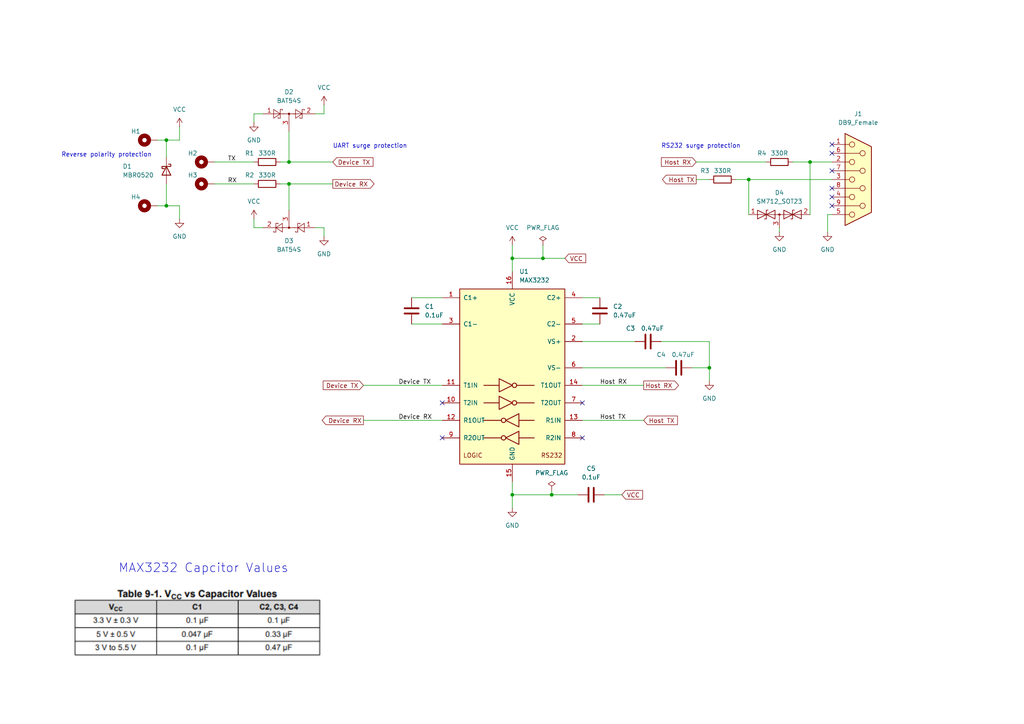
<source format=kicad_sch>
(kicad_sch (version 20250114) (generator "eeschema") (generator_version "9.0")
  (paper "A4")
  (title_block (title "RS232-TTL Converter") (date "2025-06-18") (rev "R0.0") (company "MSC") (comment 1 "Designed by C.P"))
  (lib_symbols
    (symbol "Connector:DB9_Female" (pin_names (offset 1.016) (hide yes))
      (property "Reference" "J" (at 0 13.97 0))
      (property "Value" "DB9_Female" (at 0 -14.605 0))
      (symbol "DB9_Female_0_1"
        (polyline (pts (xy -3.81 13.335) (xy -3.81 -13.335) (xy 3.81 -9.525) (xy 3.81 9.525) (xy -3.81 13.335)) (stroke (width 0.254)) (fill (type background)))
        (polyline (pts (xy -3.81 10.16) (xy -2.54 10.16)))
        (polyline (pts (xy -3.81 7.62) (xy 0.508 7.62)))
        (polyline (pts (xy -3.81 5.08) (xy -2.54 5.08)))
        (polyline (pts (xy -3.81 2.54) (xy 0.508 2.54)))
        (polyline (pts (xy -3.81 0) (xy -2.54 0)))
        (polyline (pts (xy -3.81 -2.54) (xy 0.508 -2.54)))
        (polyline (pts (xy -3.81 -5.08) (xy -2.54 -5.08)))
        (polyline (pts (xy -3.81 -7.62) (xy 0.508 -7.62)))
        (polyline (pts (xy -3.81 -10.16) (xy -2.54 -10.16)))
        (circle (center -1.778 10.16) (radius 0.762))
        (circle (center -1.778 5.08) (radius 0.762))
        (circle (center -1.778 0) (radius 0.762))
        (circle (center -1.778 -5.08) (radius 0.762))
        (circle (center -1.778 -10.16) (radius 0.762))
        (circle (center 1.27 7.62) (radius 0.762))
        (circle (center 1.27 2.54) (radius 0.762))
        (circle (center 1.27 -2.54) (radius 0.762))
        (circle (center 1.27 -7.62) (radius 0.762))
      )
      (symbol "DB9_Female_1_1"
        (pin passive line (at -7.62 10.16 0) (length 3.81) (name "1") (number "1"))
        (pin passive line (at -7.62 7.62 0) (length 3.81) (name "6") (number "6"))
        (pin passive line (at -7.62 5.08 0) (length 3.81) (name "2") (number "2"))
        (pin passive line (at -7.62 2.54 0) (length 3.81) (name "7") (number "7"))
        (pin passive line (at -7.62 0 0) (length 3.81) (name "3") (number "3"))
        (pin passive line (at -7.62 -2.54 0) (length 3.81) (name "8") (number "8"))
        (pin passive line (at -7.62 -5.08 0) (length 3.81) (name "4") (number "4"))
        (pin passive line (at -7.62 -7.62 0) (length 3.81) (name "9") (number "9"))
        (pin passive line (at -7.62 -10.16 0) (length 3.81) (name "5") (number "5"))
      )
    )
    (symbol "Device:C" (pin_numbers (hide yes)) (pin_names (offset 0.254))
      (property "Reference" "C" (at 0.635 2.54 0))
      (property "Value" "C" (at 0.635 -2.54 0))
      (symbol "C_0_1"
        (polyline (pts (xy -2.032 0.762) (xy 2.032 0.762)) (stroke (width 0.508)))
        (polyline (pts (xy -2.032 -0.762) (xy 2.032 -0.762)) (stroke (width 0.508)))
      )
      (symbol "C_1_1"
        (pin passive line (at 0 3.81 270) (length 2.794) (name "~") (number "1"))
        (pin passive line (at 0 -3.81 90) (length 2.794) (name "~") (number "2"))
      )
    )
    (symbol "Device:R" (pin_numbers (hide yes)) (pin_names (offset 0))
      (property "Reference" "R" (at 2.032 0 90))
      (property "Value" "R" (at 0 0 90))
      (symbol "R_0_1"
        (rectangle (start -1.016 -2.54) (end 1.016 2.54) (stroke (width 0.254)))
      )
      (symbol "R_1_1"
        (pin passive line (at 0 3.81 270) (length 1.27) (name "~") (number "1"))
        (pin passive line (at 0 -3.81 90) (length 1.27) (name "~") (number "2"))
      )
    )
    (symbol "Diode:BAT54S" (pin_names (offset 1.016))
      (property "Reference" "D" (at 0.635 -3.81 0))
      (property "Value" "BAT54S" (at -6.35 3.175 0))
      (symbol "BAT54S_0_1"
        (polyline (pts (xy -4.445 1.27) (xy -4.445 -1.27) (xy -2.54 0) (xy -4.445 1.27)))
        (polyline (pts (xy -3.81 0) (xy -1.27 0)))
        (polyline (pts (xy -3.175 -1.27) (xy -3.175 -1.016)))
        (polyline (pts (xy -2.54 1.27) (xy -1.905 1.27)))
        (polyline (pts (xy -2.54 -1.27) (xy -3.175 -1.27)))
        (polyline (pts (xy -2.54 -1.27) (xy -2.54 1.27)))
        (polyline (pts (xy -1.905 1.27) (xy -1.905 1.016)))
        (polyline (pts (xy -1.905 0) (xy 1.905 0)))
        (circle (center 0 0) (radius 0.254) (fill (type outline)))
        (polyline (pts (xy 1.27 0) (xy 3.81 0)))
        (polyline (pts (xy 1.905 1.27) (xy 1.905 -1.27) (xy 3.81 0) (xy 1.905 1.27)))
        (polyline (pts (xy 3.175 -1.27) (xy 3.175 -1.016)))
        (polyline (pts (xy 3.81 1.27) (xy 4.445 1.27)))
        (polyline (pts (xy 3.81 -1.27) (xy 3.175 -1.27)))
        (polyline (pts (xy 3.81 -1.27) (xy 3.81 1.27)))
        (polyline (pts (xy 4.445 1.27) (xy 4.445 1.016)))
      )
      (symbol "BAT54S_1_1"
        (pin passive line (at -7.62 0 0) (length 3.81) (name "~") (number "1"))
        (pin passive line (at 0 -5.08 90) (length 5.08) (name "~") (number "3"))
        (pin passive line (at 7.62 0 180) (length 3.81) (name "~") (number "2"))
      )
    )
    (symbol "Diode:MBR0520" (pin_numbers (hide yes)) (pin_names (offset 1.016) (hide yes))
      (property "Reference" "D" (at 0 2.54 0))
      (property "Value" "MBR0520" (at 0 -2.54 0))
      (symbol "MBR0520_0_1"
        (polyline (pts (xy -1.905 0.635) (xy -1.905 1.27) (xy -1.27 1.27) (xy -1.27 -1.27) (xy -0.635 -1.27) (xy -0.635 -0.635)) (stroke (width 0.254)))
        (polyline (pts (xy 1.27 1.27) (xy 1.27 -1.27) (xy -1.27 0) (xy 1.27 1.27)) (stroke (width 0.254)))
        (polyline (pts (xy 1.27 0) (xy -1.27 0)))
      )
      (symbol "MBR0520_1_1"
        (pin passive line (at -3.81 0 0) (length 2.54) (name "K") (number "1"))
        (pin passive line (at 3.81 0 180) (length 2.54) (name "A") (number "2"))
      )
    )
    (symbol "Diode:SM712_SOT23" (pin_names (offset 1.016) (hide yes))
      (property "Reference" "D" (at 0 4.445 0))
      (property "Value" "SM712_SOT23" (at 0 2.54 0))
      (symbol "SM712_SOT23_0_0"
        (polyline (pts (xy 0 -1.27) (xy 0 0)))
      )
      (symbol "SM712_SOT23_0_1"
        (polyline (pts (xy -6.35 0) (xy 6.35 0)))
        (polyline (pts (xy -6.35 -1.27) (xy -1.27 1.27) (xy -1.27 -1.27) (xy -6.35 1.27) (xy -6.35 -1.27)) (stroke (width 0.2032)))
        (polyline (pts (xy -3.302 1.27) (xy -3.81 1.27) (xy -3.81 -1.27) (xy -4.318 -1.27)) (stroke (width 0.2032)))
        (circle (center 0 0) (radius 0.254) (fill (type outline)))
        (polyline (pts (xy 1.27 -1.27) (xy 1.27 1.27) (xy 6.35 -1.27) (xy 6.35 1.27) (xy 1.27 -1.27)) (stroke (width 0.2032)))
        (polyline (pts (xy 4.318 1.27) (xy 3.81 1.27) (xy 3.81 -1.27) (xy 3.302 -1.27)) (stroke (width 0.2032)))
      )
      (symbol "SM712_SOT23_1_1"
        (pin passive line (at -8.89 0 0) (length 2.54) (name "A1") (number "1"))
        (pin input line (at 0 -3.81 90) (length 2.54) (name "common") (number "3"))
        (pin passive line (at 8.89 0 180) (length 2.54) (name "A2") (number "2"))
      )
    )
    (symbol "Interface_UART:MAX232" (pin_names (offset 1.016))
      (property "Reference" "U" (at -2.54 28.575 0))
      (property "Value" "MAX232" (at -2.54 26.67 0))
      (symbol "MAX232_0_0"
        (text "LOGIC" (at -11.43 -22.86 0) (effects (font (size 1.27 1.27))))
        (text "RS232" (at 11.43 -22.86 0) (effects (font (size 1.27 1.27))))
      )
      (symbol "MAX232_0_1"
        (rectangle (start -15.24 -25.4) (end 15.24 25.4) (stroke (width 0.254)) (fill (type background)))
        (polyline (pts (xy -3.81 -0.635) (xy -3.81 -4.445) (xy 0 -2.54) (xy -3.81 -0.635)) (stroke (width 0.254)))
        (polyline (pts (xy -3.81 -2.54) (xy -8.255 -2.54)) (stroke (width 0.254)))
        (polyline (pts (xy -3.81 -5.715) (xy -3.81 -9.525) (xy 0 -7.62) (xy -3.81 -5.715)) (stroke (width 0.254)))
        (polyline (pts (xy -3.81 -7.62) (xy -8.255 -7.62)) (stroke (width 0.254)))
        (polyline (pts (xy -3.175 -12.7) (xy -8.255 -12.7)) (stroke (width 0.254)))
        (polyline (pts (xy -3.175 -17.78) (xy -8.255 -17.78)) (stroke (width 0.254)))
        (circle (center -2.54 -12.7) (radius 0.635) (stroke (width 0.254)))
        (circle (center -2.54 -17.78) (radius 0.635) (stroke (width 0.254)))
        (circle (center 0.635 -2.54) (radius 0.635) (stroke (width 0.254)))
        (circle (center 0.635 -7.62) (radius 0.635) (stroke (width 0.254)))
        (polyline (pts (xy 1.27 -2.54) (xy 6.35 -2.54)) (stroke (width 0.254)))
        (polyline (pts (xy 1.27 -7.62) (xy 6.35 -7.62)) (stroke (width 0.254)))
        (polyline (pts (xy 1.905 -10.795) (xy 1.905 -14.605) (xy -1.905 -12.7) (xy 1.905 -10.795)) (stroke (width 0.254)))
        (polyline (pts (xy 1.905 -12.7) (xy 6.35 -12.7)) (stroke (width 0.254)))
        (polyline (pts (xy 1.905 -15.875) (xy 1.905 -19.685) (xy -1.905 -17.78) (xy 1.905 -15.875)) (stroke (width 0.254)))
        (polyline (pts (xy 1.905 -17.78) (xy 6.35 -17.78)) (stroke (width 0.254)))
      )
      (symbol "MAX232_1_1"
        (pin passive line (at -20.32 22.86 0) (length 5.08) (name "C1+") (number "1"))
        (pin passive line (at -20.32 15.24 0) (length 5.08) (name "C1-") (number "3"))
        (pin input line (at -20.32 -2.54 0) (length 5.08) (name "T1IN") (number "11"))
        (pin input line (at -20.32 -7.62 0) (length 5.08) (name "T2IN") (number "10"))
        (pin output line (at -20.32 -12.7 0) (length 5.08) (name "R1OUT") (number "12"))
        (pin output line (at -20.32 -17.78 0) (length 5.08) (name "R2OUT") (number "9"))
        (pin power_in line (at 0 30.48 270) (length 5.08) (name "VCC") (number "16"))
        (pin power_in line (at 0 -30.48 90) (length 5.08) (name "GND") (number "15"))
        (pin passive line (at 20.32 22.86 180) (length 5.08) (name "C2+") (number "4"))
        (pin passive line (at 20.32 15.24 180) (length 5.08) (name "C2-") (number "5"))
        (pin power_out line (at 20.32 10.16 180) (length 5.08) (name "VS+") (number "2"))
        (pin power_out line (at 20.32 2.54 180) (length 5.08) (name "VS-") (number "6"))
        (pin output line (at 20.32 -2.54 180) (length 5.08) (name "T1OUT") (number "14"))
        (pin output line (at 20.32 -7.62 180) (length 5.08) (name "T2OUT") (number "7"))
        (pin input line (at 20.32 -12.7 180) (length 5.08) (name "R1IN") (number "13"))
        (pin input line (at 20.32 -17.78 180) (length 5.08) (name "R2IN") (number "8"))
      )
    )
    (symbol "Mechanical:MountingHole_Pad" (pin_numbers (hide yes)) (pin_names (offset 1.016) (hide yes))
      (property "Reference" "H" (at 0 6.35 0))
      (property "Value" "MountingHole_Pad" (at 0 4.445 0))
      (symbol "MountingHole_Pad_0_1"
        (circle (center 0 1.27) (radius 1.27) (stroke (width 1.27)))
      )
      (symbol "MountingHole_Pad_1_1"
        (pin input line (at 0 -2.54 90) (length 2.54) (name "1") (number "1"))
      )
    )
    (symbol "power:GND" (power) (pin_names (offset 0))
      (property "Value" "GND" (at 0 -3.81 0))
      (symbol "GND_0_1"
        (polyline (pts (xy 0 0) (xy 0 -1.27) (xy 1.27 -1.27) (xy 0 -2.54) (xy -1.27 -1.27) (xy 0 -1.27)))
      )
      (symbol "GND_1_1"
        (pin power_in line (at 0 0 270) (length 0) (hide yes) (name "GND") (number "1"))
      )
    )
    (symbol "power:PWR_FLAG" (power) (pin_numbers (hide yes)) (pin_names (offset 0) (hide yes))
      (property "Value" "PWR_FLAG" (at 0 3.81 0))
      (symbol "PWR_FLAG_0_0"
        (pin power_out line (at 0 0 90) (length 0) (name "pwr") (number "1"))
      )
      (symbol "PWR_FLAG_0_1"
        (polyline (pts (xy 0 0) (xy 0 1.27) (xy -1.016 1.905) (xy 0 2.54) (xy 1.016 1.905) (xy 0 1.27)))
      )
    )
    (symbol "power:VCC" (power) (pin_names (offset 0))
      (property "Value" "VCC" (at 0 3.81 0))
      (symbol "VCC_0_1"
        (polyline (pts (xy -0.762 1.27) (xy 0 2.54)))
        (polyline (pts (xy 0 2.54) (xy 0.762 1.27)))
        (polyline (pts (xy 0 0) (xy 0 2.54)))
      )
      (symbol "VCC_1_1"
        (pin power_in line (at 0 0 90) (length 0) (hide yes) (name "VCC") (number "1"))
      )
    )
  )
  (text "RS232 surge protection" (at 191.77 43.18 0) (effects (font (size 1.27 1.27)) (justify left bottom)))
  (text "Reverse polarity protection" (at 17.78 45.72 0) (effects (font (size 1.27 1.27)) (justify left bottom)))
  (text "UART surge protection" (at 96.52 43.18 0) (effects (font (size 1.27 1.27)) (justify left bottom)))
  (text "MAX3232 Capcitor Values" (at 34.29 166.37 0) (effects (font (size 2.54 2.54)) (justify left bottom)))
  (junction (at 234.95 46.99))
  (junction (at 160.02 143.51))
  (junction (at 205.74 106.68))
  (junction (at 48.26 59.69))
  (junction (at 83.82 46.99))
  (junction (at 148.59 143.51))
  (junction (at 48.26 40.64))
  (junction (at 217.17 52.07))
  (junction (at 83.82 53.34))
  (junction (at 157.48 74.93))
  (junction (at 148.59 74.93))
  (no_connect (at 241.3 57.15))
  (no_connect (at 241.3 49.53))
  (no_connect (at 241.3 44.45))
  (no_connect (at 241.3 41.91))
  (no_connect (at 241.3 59.69))
  (no_connect (at 241.3 54.61))
  (no_connect (at 168.91 116.84))
  (no_connect (at 168.91 127))
  (no_connect (at 128.27 116.84))
  (no_connect (at 128.27 127))
  (wire (pts (xy 160.02 142.24) (xy 160.02 143.51)))
  (wire (pts (xy 234.95 46.99) (xy 229.87 46.99)))
  (wire (pts (xy 168.91 111.76) (xy 186.69 111.76)))
  (wire (pts (xy 148.59 143.51) (xy 148.59 147.32)))
  (wire (pts (xy 81.28 46.99) (xy 83.82 46.99)))
  (wire (pts (xy 105.41 111.76) (xy 128.27 111.76)))
  (wire (pts (xy 168.91 93.98) (xy 173.99 93.98)))
  (wire (pts (xy 148.59 71.12) (xy 148.59 74.93)))
  (wire (pts (xy 157.48 74.93) (xy 163.83 74.93)))
  (wire (pts (xy 148.59 74.93) (xy 148.59 78.74)))
  (wire (pts (xy 148.59 139.7) (xy 148.59 143.51)))
  (wire (pts (xy 205.74 106.68) (xy 205.74 110.49)))
  (wire (pts (xy 48.26 59.69) (xy 52.07 59.69)))
  (wire (pts (xy 200.66 106.68) (xy 205.74 106.68)))
  (wire (pts (xy 234.95 46.99) (xy 234.95 62.23)))
  (wire (pts (xy 52.07 59.69) (xy 52.07 63.5)))
  (wire (pts (xy 48.26 53.34) (xy 48.26 59.69)))
  (wire (pts (xy 73.66 66.04) (xy 76.2 66.04)))
  (wire (pts (xy 93.98 66.04) (xy 93.98 68.58)))
  (wire (pts (xy 45.72 59.69) (xy 48.26 59.69)))
  (wire (pts (xy 93.98 33.02) (xy 91.44 33.02)))
  (wire (pts (xy 175.26 143.51) (xy 180.34 143.51)))
  (wire (pts (xy 119.38 86.36) (xy 128.27 86.36)))
  (wire (pts (xy 48.26 40.64) (xy 52.07 40.64)))
  (wire (pts (xy 83.82 53.34) (xy 96.52 53.34)))
  (wire (pts (xy 222.25 46.99) (xy 201.93 46.99)))
  (wire (pts (xy 52.07 40.64) (xy 52.07 36.83)))
  (wire (pts (xy 81.28 53.34) (xy 83.82 53.34)))
  (wire (pts (xy 148.59 74.93) (xy 157.48 74.93)))
  (wire (pts (xy 241.3 62.23) (xy 240.03 62.23)))
  (wire (pts (xy 119.38 93.98) (xy 128.27 93.98)))
  (wire (pts (xy 217.17 52.07) (xy 213.36 52.07)))
  (wire (pts (xy 168.91 86.36) (xy 173.99 86.36)))
  (wire (pts (xy 83.82 53.34) (xy 83.82 60.96)))
  (wire (pts (xy 76.2 33.02) (xy 73.66 33.02)))
  (wire (pts (xy 191.77 99.06) (xy 205.74 99.06)))
  (wire (pts (xy 241.3 52.07) (xy 217.17 52.07)))
  (wire (pts (xy 62.23 53.34) (xy 73.66 53.34)))
  (wire (pts (xy 105.41 121.92) (xy 128.27 121.92)))
  (wire (pts (xy 83.82 38.1) (xy 83.82 46.99)))
  (wire (pts (xy 83.82 46.99) (xy 96.52 46.99)))
  (wire (pts (xy 62.23 46.99) (xy 73.66 46.99)))
  (wire (pts (xy 226.06 66.04) (xy 226.06 67.31)))
  (wire (pts (xy 217.17 52.07) (xy 217.17 62.23)))
  (wire (pts (xy 93.98 30.48) (xy 93.98 33.02)))
  (wire (pts (xy 168.91 121.92) (xy 186.69 121.92)))
  (wire (pts (xy 148.59 143.51) (xy 160.02 143.51)))
  (wire (pts (xy 157.48 71.12) (xy 157.48 74.93)))
  (wire (pts (xy 205.74 52.07) (xy 201.93 52.07)))
  (wire (pts (xy 205.74 99.06) (xy 205.74 106.68)))
  (wire (pts (xy 168.91 99.06) (xy 184.15 99.06)))
  (wire (pts (xy 73.66 33.02) (xy 73.66 35.56)))
  (wire (pts (xy 240.03 62.23) (xy 240.03 67.31)))
  (wire (pts (xy 91.44 66.04) (xy 93.98 66.04)))
  (wire (pts (xy 241.3 46.99) (xy 234.95 46.99)))
  (wire (pts (xy 168.91 106.68) (xy 193.04 106.68)))
  (wire (pts (xy 73.66 63.5) (xy 73.66 66.04)))
  (wire (pts (xy 160.02 143.51) (xy 167.64 143.51)))
  (wire (pts (xy 45.72 40.64) (xy 48.26 40.64)))
  (wire (pts (xy 48.26 40.64) (xy 48.26 45.72)))
  (image (at 57.15 180.34) (scale 0.789913))
  (label "TX" (at 66.04 46.99 0))
  (label "Host TX" (at 173.99 121.92 0))
  (label "Host RX" (at 173.99 111.76 0))
  (label "Device TX" (at 115.57 111.76 0))
  (label "Device RX" (at 115.57 121.92 0))
  (label "RX" (at 66.04 53.34 0))
  (global_label "Host RX" (shape output) (at 186.69 111.76 0) (property "Intersheetrefs" "${INTERSHEET_REFS}" (effects (hide yes))))
  (global_label "VCC" (shape input) (at 180.34 143.51 0) (property "Intersheetrefs" "${INTERSHEET_REFS}" (effects (hide yes))))
  (global_label "Device TX" (shape input) (at 96.52 46.99 0) (property "Intersheetrefs" "${INTERSHEET_REFS}" (effects (hide yes))))
  (global_label "Host RX" (shape input) (at 201.93 46.99 180) (property "Intersheetrefs" "${INTERSHEET_REFS}" (effects (hide yes))))
  (global_label "Device TX" (shape input) (at 105.41 111.76 180) (property "Intersheetrefs" "${INTERSHEET_REFS}" (effects (hide yes))))
  (global_label "VCC" (shape input) (at 163.83 74.93 0) (property "Intersheetrefs" "${INTERSHEET_REFS}" (effects (hide yes))))
  (global_label "Device RX" (shape output) (at 105.41 121.92 180) (property "Intersheetrefs" "${INTERSHEET_REFS}" (effects (hide yes))))
  (global_label "Host TX" (shape input) (at 186.69 121.92 0) (property "Intersheetrefs" "${INTERSHEET_REFS}" (effects (hide yes))))
  (global_label "Device RX" (shape output) (at 96.52 53.34 0) (property "Intersheetrefs" "${INTERSHEET_REFS}" (effects (hide yes))))
  (global_label "Host TX" (shape output) (at 201.93 52.07 180) (property "Intersheetrefs" "${INTERSHEET_REFS}" (effects (hide yes))))
  (symbol (lib_id "power:VCC") (at 93.98 30.48 0) (unit 1)
    (property "Reference" "#PWR05" (effects (hide yes)))
    (property "Value" "VCC" (at 93.98 25.4 0))
  )
  (symbol (lib_id "power:GND") (at 52.07 63.5 0) (unit 1)
    (property "Reference" "#PWR02" (effects (hide yes)))
    (property "Value" "GND" (at 52.07 68.58 0))
  )
  (symbol (lib_id "Diode:BAT54S") (at 83.82 33.02 0) (unit 1)
    (property "Reference" "D2" (at 83.82 26.67 0))
    (property "Value" "BAT54S" (at 83.82 29.21 0))
    (property "Footprint" "Package_TO_SOT_SMD:SOT-23" (effects (hide yes)))
    (property "Datasheet" "https://www.diodes.com/assets/Datasheets/ds11005.pdf" (effects (hide yes)))
  )
  (symbol (lib_id "power:VCC") (at 73.66 63.5 0) (unit 1)
    (property "Reference" "#PWR04" (effects (hide yes)))
    (property "Value" "VCC" (at 73.66 58.42 0))
  )
  (symbol (lib_id "power:GND") (at 148.59 147.32 0) (unit 1)
    (property "Reference" "#PWR08" (effects (hide yes)))
    (property "Value" "GND" (at 148.59 152.4 0))
  )
  (symbol (lib_id "power:GND") (at 240.03 67.31 0) (mirror y) (unit 1)
    (property "Reference" "#PWR011" (effects (hide yes)))
    (property "Value" "GND" (at 240.03 72.39 0))
  )
  (symbol (lib_id "Device:C") (at 196.85 106.68 90) (unit 1)
    (property "Reference" "C4" (at 191.77 102.87 90))
    (property "Value" "0.47uF" (at 198.12 102.87 90))
    (property "Footprint" "Capacitor_SMD:C_0603_1608Metric" (effects (hide yes)))
  )
  (symbol (lib_id "Device:C") (at 119.38 90.17 0) (unit 1)
    (property "Reference" "C1" (at 123.19 88.8999 0) (effects (justify left)))
    (property "Value" "0.1uF" (at 123.19 91.4399 0) (effects (justify left)))
    (property "Footprint" "Capacitor_SMD:C_0603_1608Metric" (effects (hide yes)))
  )
  (symbol (lib_id "power:GND") (at 73.66 35.56 0) (unit 1)
    (property "Reference" "#PWR03" (effects (hide yes)))
    (property "Value" "GND" (at 73.66 40.64 0))
  )
  (symbol (lib_id "Device:R") (at 226.06 46.99 90) (unit 1)
    (property "Reference" "R4" (at 220.98 44.45 90))
    (property "Value" "330R" (at 226.06 44.45 90))
    (property "Footprint" "Resistor_SMD:R_0603_1608Metric" (effects (hide yes)))
  )
  (symbol (lib_id "power:VCC") (at 52.07 36.83 0) (unit 1)
    (property "Reference" "#PWR01" (effects (hide yes)))
    (property "Value" "VCC" (at 52.07 31.75 0))
  )
  (symbol (lib_id "Device:R") (at 77.47 46.99 90) (unit 1)
    (property "Reference" "R1" (at 72.39 44.45 90))
    (property "Value" "330R" (at 77.47 44.45 90))
    (property "Footprint" "Resistor_SMD:R_0603_1608Metric" (effects (hide yes)))
  )
  (symbol (lib_id "Interface_UART:MAX232") (at 148.59 109.22 0) (unit 1)
    (property "Reference" "U1" (at 150.6094 78.74 0) (effects (justify left)))
    (property "Value" "MAX3232" (at 150.6094 81.28 0) (effects (justify left)))
    (property "Footprint" "Package_SO:TSSOP-16_4.4x5mm_P0.65mm" (effects (hide yes)))
    (property "Datasheet" "http://www.ti.com/lit/ds/symlink/max232.pdf" (effects (hide yes)))
  )
  (symbol (lib_id "Diode:SM712_SOT23") (at 226.06 62.23 0) (unit 1)
    (property "Reference" "D4" (at 226.06 55.88 0))
    (property "Value" "SM712_SOT23" (at 226.06 58.42 0))
    (property "Footprint" "Package_TO_SOT_SMD:SOT-23" (effects (hide yes)))
    (property "Datasheet" "https://www.littelfuse.com/~/media/electronics/datasheets/tvs_diode_arrays/littelfuse_tvs_diode_array_sm712_datasheet.pdf.pdf" (effects (hide yes)))
  )
  (symbol (lib_id "Diode:BAT54S") (at 83.82 66.04 180) (unit 1)
    (property "Reference" "D3" (at 83.82 69.85 0))
    (property "Value" "BAT54S" (at 83.82 72.39 0))
    (property "Footprint" "Package_TO_SOT_SMD:SOT-23" (effects (hide yes)))
    (property "Datasheet" "https://www.diodes.com/assets/Datasheets/ds11005.pdf" (effects (hide yes)))
  )
  (symbol (lib_id "Mechanical:MountingHole_Pad") (at 43.18 40.64 90) (unit 1) (in_bom no)
    (property "Reference" "H1" (at 39.37 38.1 90))
    (property "Value" "MountingHole_Pad" (effects (hide yes)))
    (property "Footprint" "Through_Hole_Pads:Through_Hole_Pad_1.5mm" (effects (hide yes)))
  )
  (symbol (lib_id "Diode:MBR0520") (at 48.26 49.53 270) (unit 1)
    (property "Reference" "D1" (at 35.56 48.26 90) (effects (justify left)))
    (property "Value" "MBR0520" (at 35.56 50.8 90) (effects (justify left)))
    (property "Footprint" "Diode_SMD:D_SOD-123" (effects (hide yes)))
    (property "Datasheet" "http://www.mccsemi.com/up_pdf/MBR0520~MBR0580(SOD123).pdf" (effects (hide yes)))
  )
  (symbol (lib_id "Device:C") (at 187.96 99.06 90) (unit 1)
    (property "Reference" "C3" (at 182.88 95.25 90))
    (property "Value" "0.47uF" (at 189.23 95.25 90))
    (property "Footprint" "Capacitor_SMD:C_0603_1608Metric" (effects (hide yes)))
  )
  (symbol (lib_id "Device:C") (at 171.45 143.51 90) (unit 1)
    (property "Reference" "C5" (at 171.45 135.89 90))
    (property "Value" "0.1uF" (at 171.45 138.43 90))
    (property "Footprint" "Capacitor_SMD:C_0603_1608Metric" (effects (hide yes)))
  )
  (symbol (lib_id "power:GND") (at 93.98 68.58 0) (unit 1)
    (property "Reference" "#PWR06" (effects (hide yes)))
    (property "Value" "GND" (at 93.98 73.66 0))
  )
  (symbol (lib_id "power:GND") (at 205.74 110.49 0) (unit 1)
    (property "Reference" "#PWR09" (effects (hide yes)))
    (property "Value" "GND" (at 205.74 115.57 0))
  )
  (symbol (lib_id "Device:R") (at 209.55 52.07 90) (unit 1)
    (property "Reference" "R3" (at 204.47 49.53 90))
    (property "Value" "330R" (at 209.55 49.53 90))
    (property "Footprint" "Resistor_SMD:R_0603_1608Metric" (effects (hide yes)))
  )
  (symbol (lib_id "power:GND") (at 226.06 67.31 0) (mirror y) (unit 1)
    (property "Reference" "#PWR010" (effects (hide yes)))
    (property "Value" "GND" (at 226.06 72.39 0))
  )
  (symbol (lib_id "Mechanical:MountingHole_Pad") (at 59.69 46.99 90) (unit 1) (in_bom no)
    (property "Reference" "H2" (at 55.88 44.45 90))
    (property "Value" "MountingHole_Pad" (effects (hide yes)))
    (property "Footprint" "Through_Hole_Pads:Through_Hole_Pad_1.5mm" (effects (hide yes)))
  )
  (symbol (lib_id "Device:C") (at 173.99 90.17 0) (unit 1)
    (property "Reference" "C2" (at 177.8 88.8999 0) (effects (justify left)))
    (property "Value" "0.47uF" (at 177.8 91.4399 0) (effects (justify left)))
    (property "Footprint" "Capacitor_SMD:C_0603_1608Metric" (effects (hide yes)))
  )
  (symbol (lib_id "Mechanical:MountingHole_Pad") (at 43.18 59.69 90) (unit 1) (in_bom no)
    (property "Reference" "H4" (at 39.37 57.15 90))
    (property "Value" "MountingHole_Pad" (effects (hide yes)))
    (property "Footprint" "Through_Hole_Pads:Through_Hole_Pad_1.5mm" (effects (hide yes)))
  )
  (symbol (lib_id "power:VCC") (at 148.59 71.12 0) (unit 1)
    (property "Reference" "#PWR07" (effects (hide yes)))
    (property "Value" "VCC" (at 148.59 66.04 0))
  )
  (symbol (lib_id "Mechanical:MountingHole_Pad") (at 59.69 53.34 90) (unit 1) (in_bom no)
    (property "Reference" "H3" (at 55.88 50.8 90))
    (property "Value" "MountingHole_Pad" (effects (hide yes)))
    (property "Footprint" "Through_Hole_Pads:Through_Hole_Pad_1.5mm" (effects (hide yes)))
  )
  (symbol (lib_id "Connector:DB9_Female") (at 248.92 52.07 0) (unit 1)
    (property "Reference" "J1" (at 248.92 33.02 0))
    (property "Value" "DB9_Female" (at 248.92 35.56 0))
    (property "Footprint" "Connector_Dsub:DSUB-9_Pins_EdgeMount_P2.77mm" (effects (hide yes)))
  )
  (symbol (lib_id "Device:R") (at 77.47 53.34 90) (unit 1)
    (property "Reference" "R2" (at 72.39 50.8 90))
    (property "Value" "330R" (at 77.47 50.8 90))
    (property "Footprint" "Resistor_SMD:R_0603_1608Metric" (effects (hide yes)))
  )
  (symbol (lib_id "power:PWR_FLAG") (at 157.48 71.12 0) (unit 1)
    (property "Reference" "#FLG01" (effects (hide yes)))
    (property "Value" "PWR_FLAG" (at 157.48 66.04 0))
  )
  (symbol (lib_id "power:PWR_FLAG") (at 160.02 142.24 0) (unit 1)
    (property "Reference" "#FLG02" (effects (hide yes)))
    (property "Value" "PWR_FLAG" (at 160.02 137.16 0))
  )
)
</source>
